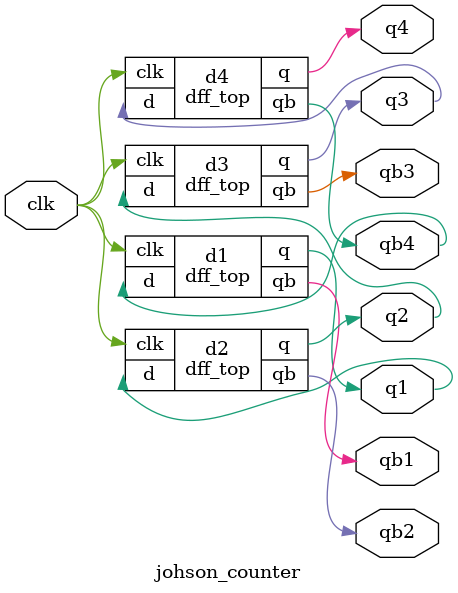
<source format=v>
`timescale 1ns / 1ps

module dff_top(
    input clk,d,
    output reg q,qb
    );

always @ (posedge clk) 
begin 
q = (d == 1'b0)? 0:1;
qb = ~q;
end

endmodule

//////////////////////////////////////////////////////////////////////////////////

module johson_counter (
    input clk,
    output q1,q2,q3,q4,qb1,qb2,qb3,qb4
    );

dff_top d1 (clk,qb4,q1,qb1);
dff_top d2 (clk,q1,q2,qb2);
dff_top d3 (clk,q2,q3,qb3);
dff_top d4 (clk,q3,q4,qb4);

endmodule
</source>
